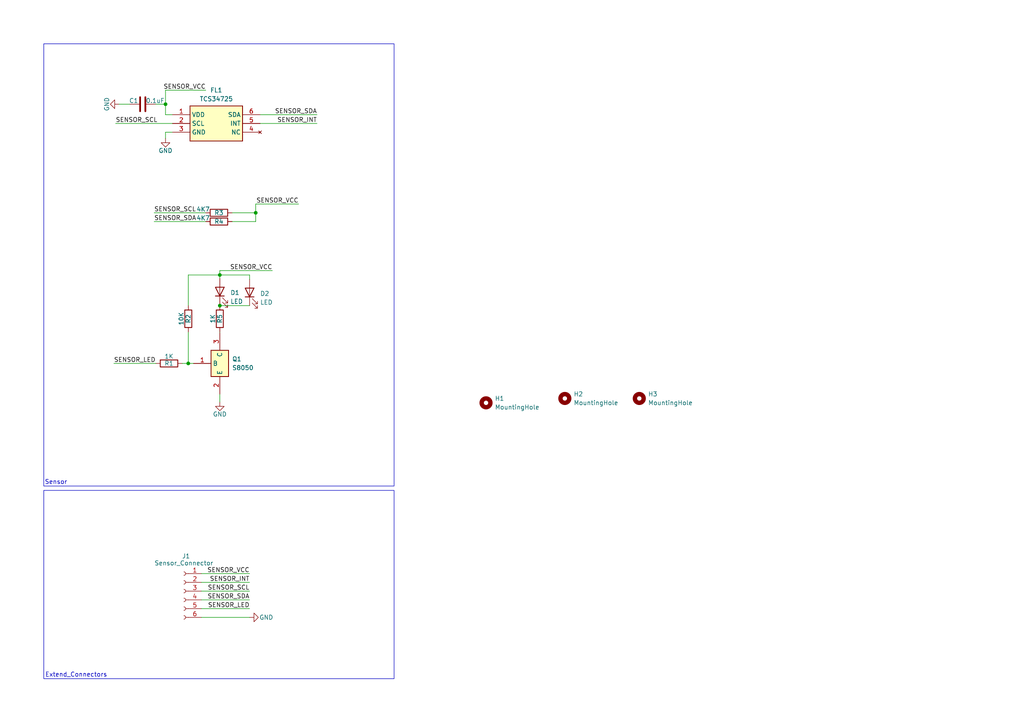
<source format=kicad_sch>
(kicad_sch (version 20231120) (generator "eeschema") (generator_version "8.0")
  (paper "A4")
  (lib_symbols
    (symbol "Connector:Conn_01x06_Socket" (pin_names (offset 1.016) hide)
      (property "Reference" "J" (at 0 7.62 0))
      (property "Value" "Conn_01x06_Socket" (at 0 -10.16 0))
      (symbol "Conn_01x06_Socket_1_1"
        (arc (start 0 -7.112) (mid -0.5058 -7.62) (end 0 -8.128) (stroke (width 0.1524)))
        (arc (start 0 -4.572) (mid -0.5058 -5.08) (end 0 -5.588) (stroke (width 0.1524)))
        (arc (start 0 -2.032) (mid -0.5058 -2.54) (end 0 -3.048) (stroke (width 0.1524)))
        (polyline (pts (xy -1.27 -7.62) (xy -0.508 -7.62)) (stroke (width 0.1524)))
        (polyline (pts (xy -1.27 -5.08) (xy -0.508 -5.08)) (stroke (width 0.1524)))
        (polyline (pts (xy -1.27 -2.54) (xy -0.508 -2.54)) (stroke (width 0.1524)))
        (polyline (pts (xy -1.27 0) (xy -0.508 0)) (stroke (width 0.1524)))
        (polyline (pts (xy -1.27 2.54) (xy -0.508 2.54)) (stroke (width 0.1524)))
        (polyline (pts (xy -1.27 5.08) (xy -0.508 5.08)) (stroke (width 0.1524)))
        (arc (start 0 0.508) (mid -0.5058 0) (end 0 -0.508) (stroke (width 0.1524)))
        (arc (start 0 3.048) (mid -0.5058 2.54) (end 0 2.032) (stroke (width 0.1524)))
        (arc (start 0 5.588) (mid -0.5058 5.08) (end 0 4.572) (stroke (width 0.1524)))
        (pin passive line (at -5.08 5.08 0) (length 3.81) (name "Pin_1") (number "1"))
        (pin passive line (at -5.08 2.54 0) (length 3.81) (name "Pin_2") (number "2"))
        (pin passive line (at -5.08 0 0) (length 3.81) (name "Pin_3") (number "3"))
        (pin passive line (at -5.08 -2.54 0) (length 3.81) (name "Pin_4") (number "4"))
        (pin passive line (at -5.08 -5.08 0) (length 3.81) (name "Pin_5") (number "5"))
        (pin passive line (at -5.08 -7.62 0) (length 3.81) (name "Pin_6") (number "6"))
      )
    )
    (symbol "Device:C" (pin_numbers hide) (pin_names (offset 0.254))
      (property "Reference" "C" (at 0.635 2.54 0))
      (property "Value" "C" (at 0.635 -2.54 0))
      (symbol "C_0_1"
        (polyline (pts (xy -2.032 -0.762) (xy 2.032 -0.762)) (stroke (width 0.508)))
        (polyline (pts (xy -2.032 0.762) (xy 2.032 0.762)) (stroke (width 0.508)))
      )
      (symbol "C_1_1"
        (pin passive line (at 0 3.81 270) (length 2.794) (name "~") (number "1"))
        (pin passive line (at 0 -3.81 90) (length 2.794) (name "~") (number "2"))
      )
    )
    (symbol "Device:LED" (pin_numbers hide) (pin_names (offset 1.016) hide)
      (property "Reference" "D" (at 0 2.54 0))
      (property "Value" "LED" (at 0 -2.54 0))
      (symbol "LED_0_1"
        (polyline (pts (xy -1.27 -1.27) (xy -1.27 1.27)) (stroke (width 0.254)))
        (polyline (pts (xy -1.27 0) (xy 1.27 0)))
        (polyline (pts (xy 1.27 -1.27) (xy 1.27 1.27) (xy -1.27 0) (xy 1.27 -1.27)) (stroke (width 0.254)))
        (polyline (pts (xy -3.048 -0.762) (xy -4.572 -2.286) (xy -3.81 -2.286) (xy -4.572 -2.286) (xy -4.572 -1.524)))
        (polyline (pts (xy -1.778 -0.762) (xy -3.302 -2.286) (xy -2.54 -2.286) (xy -3.302 -2.286) (xy -3.302 -1.524)))
      )
      (symbol "LED_1_1"
        (pin passive line (at -3.81 0 0) (length 2.54) (name "K") (number "1"))
        (pin passive line (at 3.81 0 180) (length 2.54) (name "A") (number "2"))
      )
    )
    (symbol "Device:R" (pin_numbers hide) (pin_names (offset 0))
      (property "Reference" "R" (at 2.032 0 90))
      (property "Value" "R" (at 0 0 90))
      (symbol "R_0_1"
        (rectangle (start -1.016 -2.54) (end 1.016 2.54) (stroke (width 0.254)))
      )
      (symbol "R_1_1"
        (pin passive line (at 0 3.81 270) (length 1.27) (name "~") (number "1"))
        (pin passive line (at 0 -3.81 90) (length 1.27) (name "~") (number "2"))
      )
    )
    (symbol "Mechanical:MountingHole" (pin_names (offset 1.016))
      (property "Reference" "H" (at 0 5.08 0))
      (property "Value" "MountingHole" (at 0 3.175 0))
      (symbol "MountingHole_0_1"
        (circle (center 0 0) (radius 1.27) (stroke (width 1.27)))
      )
    )
    (symbol "SamacSys_Parts:S8050"
      (property "Reference" "Q" (at 16.51 7.62 0))
      (property "Value" "S8050" (at 16.51 5.08 0))
      (symbol "S8050_1_1"
        (rectangle (start 5.08 1.27) (end 12.7 -3.81) (stroke (width 0.254)) (fill (type background)))
        (pin passive line (at 8.89 -8.89 90) (length 5.08) (name "B") (number "1"))
        (pin passive line (at 0 -1.27 0) (length 5.08) (name "E") (number "2"))
        (pin passive line (at 17.78 -1.27 180) (length 5.08) (name "C") (number "3"))
      )
    )
    (symbol "SamacSys_Parts:TCS34725"
      (property "Reference" "FL" (at 21.59 7.62 0))
      (property "Value" "TCS34725" (at 21.59 5.08 0))
      (symbol "TCS34725_1_1"
        (rectangle (start 5.08 2.54) (end 20.32 -7.62) (stroke (width 0.254)) (fill (type background)))
        (pin passive line (at 0 0 0) (length 5.08) (name "VDD") (number "1"))
        (pin passive line (at 0 -2.54 0) (length 5.08) (name "SCL") (number "2"))
        (pin passive line (at 0 -5.08 0) (length 5.08) (name "GND") (number "3"))
        (pin no_connect line (at 25.4 -5.08 180) (length 5.08) (name "NC") (number "4"))
        (pin passive line (at 25.4 -2.54 180) (length 5.08) (name "INT") (number "5"))
        (pin passive line (at 25.4 0 180) (length 5.08) (name "SDA") (number "6"))
      )
    )
    (symbol "power:GND" (power) (pin_names (offset 0))
      (property "Value" "GND" (at 0 -3.81 0))
      (symbol "GND_0_1"
        (polyline (pts (xy 0 0) (xy 0 -1.27) (xy 1.27 -1.27) (xy 0 -2.54) (xy -1.27 -1.27) (xy 0 -1.27)))
      )
      (symbol "GND_1_1"
        (pin power_in line (at 0 0 270) (length 0) hide (name "GND") (number "1"))
      )
    )
  )
  (junction (at 48.006 30.226))
  (junction (at 63.754 79.756))
  (junction (at 74.168 61.722))
  (junction (at 63.754 88.646))
  (junction (at 54.61 105.41))
  (wire (pts (xy 48.006 33.274) (xy 50.038 33.274)))
  (wire (pts (xy 44.704 61.722) (xy 59.69 61.722)))
  (wire (pts (xy 54.61 105.41) (xy 56.134 105.41)))
  (wire (pts (xy 67.31 61.722) (xy 74.168 61.722)))
  (wire (pts (xy 48.006 40.132) (xy 48.006 38.354)))
  (wire (pts (xy 33.02 105.41) (xy 45.212 105.41)))
  (wire (pts (xy 67.31 64.262) (xy 74.168 64.262)))
  (wire (pts (xy 72.39 79.756) (xy 63.754 79.756)))
  (wire (pts (xy 58.42 166.37) (xy 72.39 166.37)))
  (wire (pts (xy 74.168 61.722) (xy 74.168 59.182)))
  (wire (pts (xy 91.948 33.274) (xy 75.438 33.274)))
  (wire (pts (xy 72.39 173.99) (xy 58.42 173.99)))
  (wire (pts (xy 74.168 64.262) (xy 74.168 61.722)))
  (wire (pts (xy 54.61 96.266) (xy 54.61 105.41)))
  (wire (pts (xy 72.39 81.026) (xy 72.39 79.756)))
  (wire (pts (xy 75.438 35.814) (xy 91.948 35.814)))
  (wire (pts (xy 63.754 78.486) (xy 63.754 79.756)))
  (wire (pts (xy 78.994 78.486) (xy 63.754 78.486)))
  (wire (pts (xy 63.754 79.756) (xy 63.754 80.772)))
  (wire (pts (xy 34.544 30.226) (xy 37.592 30.226)))
  (wire (pts (xy 63.754 88.392) (xy 63.754 88.646)))
  (wire (pts (xy 48.006 26.162) (xy 48.006 30.226)))
  (wire (pts (xy 48.006 30.226) (xy 48.006 33.274)))
  (wire (pts (xy 72.39 168.91) (xy 58.42 168.91)))
  (wire (pts (xy 72.39 88.646) (xy 63.754 88.646)))
  (wire (pts (xy 72.39 171.45) (xy 58.42 171.45)))
  (wire (pts (xy 63.754 96.266) (xy 63.754 96.52)))
  (wire (pts (xy 72.39 179.07) (xy 58.42 179.07)))
  (wire (pts (xy 59.69 26.162) (xy 48.006 26.162)))
  (wire (pts (xy 63.754 116.586) (xy 63.754 114.3)))
  (wire (pts (xy 74.168 59.182) (xy 86.614 59.182)))
  (wire (pts (xy 52.832 105.41) (xy 54.61 105.41)))
  (wire (pts (xy 54.61 79.756) (xy 63.754 79.756)))
  (wire (pts (xy 54.61 88.646) (xy 54.61 79.756)))
  (wire (pts (xy 72.39 176.53) (xy 58.42 176.53)))
  (wire (pts (xy 33.528 35.814) (xy 50.038 35.814)))
  (wire (pts (xy 45.212 30.226) (xy 48.006 30.226)))
  (wire (pts (xy 44.704 64.262) (xy 59.69 64.262)))
  (wire (pts (xy 48.006 38.354) (xy 50.038 38.354)))
  (rectangle (start 12.7 142.24) (end 114.3 196.85))
  (rectangle (start 12.7 12.7) (end 114.3 140.97))
  (text "Sensor" (at 16.256 139.954 0) (effects (font (size 1.27 1.27))))
  (text "Extend_Connectors" (at 22.098 195.834 0) (effects (font (size 1.27 1.27))))
  (label "SENSOR_VCC" (at 86.614 59.182 180))
  (label "SENSOR_INT" (at 91.948 35.814 180))
  (label "SENSOR_SCL" (at 33.528 35.814 0))
  (label "SENSOR_VCC" (at 78.994 78.486 180))
  (label "SENSOR_LED" (at 72.39 176.53 180))
  (label "SENSOR_SDA" (at 72.39 173.99 180))
  (label "SENSOR_SDA" (at 91.948 33.274 180))
  (label "SENSOR_VCC" (at 59.69 26.162 180))
  (label "SENSOR_SDA" (at 44.704 64.262 0))
  (label "SENSOR_SCL" (at 72.39 171.45 180))
  (label "SENSOR_INT" (at 72.39 168.91 180))
  (label "SENSOR_VCC" (at 72.39 166.37 180))
  (label "SENSOR_SCL" (at 44.704 61.722 0))
  (label "SENSOR_LED" (at 33.02 105.41 0))
  (symbol (lib_id "Connector:Conn_01x06_Socket") (at 53.34 171.45 0) (mirror y) (unit 1)
    (property "Reference" "J1" (at 53.975 161.29 0))
    (property "Value" "Sensor_Connector" (at 53.34 163.322 0))
    (property "Footprint" "Connector_FFC-FPC:Hirose_FH12-6S-0.5SH_1x06-1MP_P0.50mm_Horizontal" (effects (hide yes)))
    (property "Description" "Generic connector, single row, 01x06, script generated" (effects (hide yes)))
  )
  (symbol (lib_id "power:GND") (at 72.39 179.07 90) (unit 1)
    (property "Reference" "#PWR04" (effects (hide yes)))
    (property "Value" "GND" (at 75.184 179.07 90) (effects (justify right)))
  )
  (symbol (lib_id "Mechanical:MountingHole") (at 185.42 115.57 0) (unit 1)
    (property "Reference" "H3" (at 187.96 114.2999 0) (effects (justify left)))
    (property "Value" "MountingHole" (at 187.96 116.8399 0) (effects (justify left)))
    (property "Footprint" "MountingHole:MountingHole_2.2mm_M2" (effects (hide yes)))
    (property "Description" "Mounting Hole without connection" (effects (hide yes)))
  )
  (symbol (lib_id "Device:R") (at 63.754 92.456 180) (unit 1)
    (property "Reference" "R5" (at 63.754 92.456 90))
    (property "Value" "1K" (at 61.722 92.456 90))
    (property "Footprint" "Resistor_SMD:R_0603_1608Metric" (effects (hide yes)))
  )
  (symbol (lib_id "power:GND") (at 48.006 40.132 0) (unit 1)
    (property "Reference" "#PWR02" (effects (hide yes)))
    (property "Value" "GND" (at 48.006 43.688 0))
  )
  (symbol (lib_id "SamacSys_Parts:TCS34725") (at 50.038 33.274 0) (unit 1)
    (property "Reference" "FL1" (at 62.738 26.162 0))
    (property "Value" "TCS34725" (at 62.738 28.702 0))
    (property "Footprint" "TCS34725" (effects (hide yes)))
    (property "Datasheet" "https://ams.com/documents/20143/36005/TCS3472_DS000390_3-00.pdf/6fe47e15-e32f-7fa7-03cb-22935da44b26" (effects (hide yes)))
    (property "Height" "0.7" (effects (hide yes)))
    (property "Manufacturer_Name" "ams" (effects (hide yes)))
    (property "Manufacturer_Part_Number" "TCS34725" (effects (hide yes)))
  )
  (symbol (lib_id "Device:R") (at 63.5 64.262 90) (unit 1)
    (property "Reference" "R4" (at 63.5 64.262 90))
    (property "Value" "4K7" (at 58.928 63.246 90))
    (property "Footprint" "Resistor_SMD:R_0603_1608Metric" (effects (hide yes)))
  )
  (symbol (lib_id "Mechanical:MountingHole") (at 163.83 115.57 0) (unit 1)
    (property "Reference" "H2" (at 166.37 114.2999 0) (effects (justify left)))
    (property "Value" "MountingHole" (at 166.37 116.8399 0) (effects (justify left)))
    (property "Footprint" "MountingHole:MountingHole_2.2mm_M2" (effects (hide yes)))
    (property "Description" "Mounting Hole without connection" (effects (hide yes)))
  )
  (symbol (lib_id "Device:LED") (at 72.39 84.836 90) (unit 1)
    (property "Reference" "D2" (at 75.438 85.1535 90) (effects (justify right)))
    (property "Value" "LED" (at 75.438 87.6935 90) (effects (justify right)))
    (property "Footprint" "LED_SMD:LED_RGB_5050-6" (effects (hide yes)))
  )
  (symbol (lib_id "Device:R") (at 49.022 105.41 90) (unit 1)
    (property "Reference" "R1" (at 49.022 105.41 90))
    (property "Value" "1K" (at 49.022 103.378 90))
    (property "Footprint" "Resistor_SMD:R_0603_1608Metric" (effects (hide yes)))
  )
  (symbol (lib_id "power:GND") (at 63.754 116.586 0) (unit 1)
    (property "Reference" "#PWR03" (effects (hide yes)))
    (property "Value" "GND" (at 63.754 120.142 0))
  )
  (symbol (lib_id "Device:C") (at 41.402 30.226 90) (unit 1)
    (property "Reference" "C1" (at 40.132 29.21 90) (effects (justify left)))
    (property "Value" "0.1uF" (at 47.752 29.21 90) (effects (justify left)))
    (property "Footprint" "Capacitor_SMD:C_0603_1608Metric" (effects (hide yes)))
  )
  (symbol (lib_id "SamacSys_Parts:S8050") (at 65.024 114.3 270) (mirror x) (unit 1)
    (property "Reference" "Q1" (at 67.31 104.14 90) (effects (justify left)))
    (property "Value" "S8050" (at 67.31 106.68 90) (effects (justify left)))
    (property "Footprint" "SOT95P240X115-3N" (effects (hide yes)))
    (property "Datasheet" "https://datasheet.lcsc.com/szlcsc/Yenji-Elec-S8050_C139514.pdf" (effects (hide yes)))
    (property "Height" "1.15" (effects (hide yes)))
    (property "Manufacturer_Name" "Yenji Elec" (effects (hide yes)))
    (property "Manufacturer_Part_Number" "S8050" (effects (hide yes)))
  )
  (symbol (lib_id "power:GND") (at 34.544 30.226 270) (unit 1)
    (property "Reference" "#PWR01" (effects (hide yes)))
    (property "Value" "GND" (at 30.988 30.226 0))
  )
  (symbol (lib_id "Device:R") (at 54.61 92.456 180) (unit 1)
    (property "Reference" "R2" (at 54.61 92.456 90))
    (property "Value" "10K" (at 52.578 92.456 90))
    (property "Footprint" "Resistor_SMD:R_0603_1608Metric" (effects (hide yes)))
  )
  (symbol (lib_id "Device:LED") (at 63.754 84.582 90) (unit 1)
    (property "Reference" "D1" (at 66.802 84.8995 90) (effects (justify right)))
    (property "Value" "LED" (at 66.802 87.4395 90) (effects (justify right)))
    (property "Footprint" "LED_SMD:LED_RGB_5050-6" (effects (hide yes)))
  )
  (symbol (lib_id "Device:R") (at 63.5 61.722 90) (unit 1)
    (property "Reference" "R3" (at 63.5 61.722 90))
    (property "Value" "4K7" (at 58.928 60.706 90))
    (property "Footprint" "Resistor_SMD:R_0603_1608Metric" (effects (hide yes)))
  )
  (symbol (lib_id "Mechanical:MountingHole") (at 140.97 116.84 0) (unit 1)
    (property "Reference" "H1" (at 143.51 115.5699 0) (effects (justify left)))
    (property "Value" "MountingHole" (at 143.51 118.1099 0) (effects (justify left)))
    (property "Footprint" "MountingHole:MountingHole_2.2mm_M2" (effects (hide yes)))
    (property "Description" "Mounting Hole without connection" (effects (hide yes)))
  )
)
</source>
